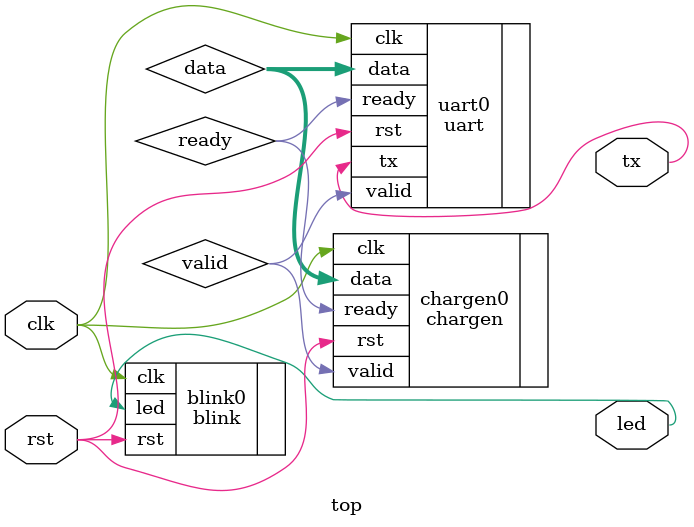
<source format=v>
`timescale 1ns / 1ps
`default_nettype none

module top (
    input wire clk,
    input wire rst,
    output wire led,
    output wire tx
);

    wire [7:0] data;
    wire valid, ready;

    blink blink0(.clk(clk), .rst(rst), .led(led));
    chargen chargen0(.clk(clk), .rst(rst), .data(data), .ready(ready), .valid(valid));
    uart uart0(.clk(clk), .rst(rst), .tx(tx), .data(data), .ready(ready), .valid(valid));

endmodule

`default_nettype wire

</source>
